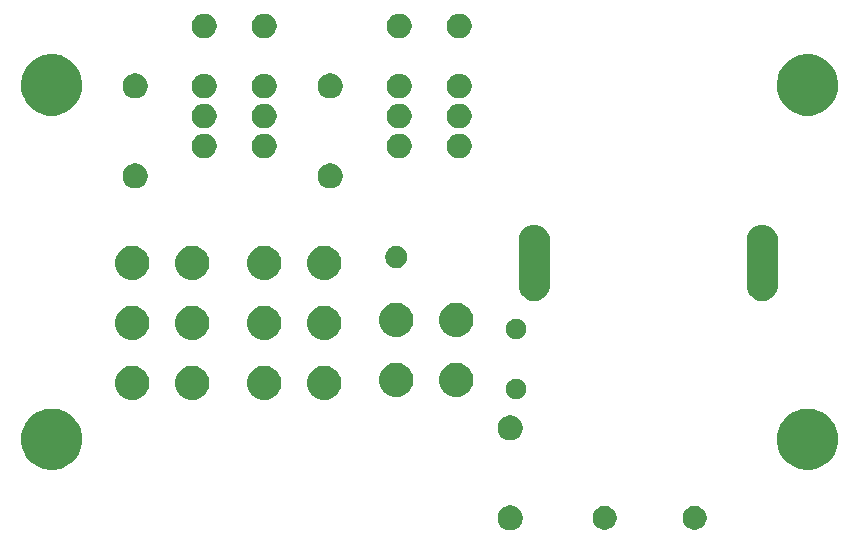
<source format=gts>
G04 #@! TF.GenerationSoftware,KiCad,Pcbnew,(5.1.4)-1*
G04 #@! TF.CreationDate,2019-11-30T19:48:50-06:00*
G04 #@! TF.ProjectId,rotax 912 soft start,726f7461-7820-4393-9132-20736f667420,rev?*
G04 #@! TF.SameCoordinates,Original*
G04 #@! TF.FileFunction,Soldermask,Top*
G04 #@! TF.FilePolarity,Negative*
%FSLAX46Y46*%
G04 Gerber Fmt 4.6, Leading zero omitted, Abs format (unit mm)*
G04 Created by KiCad (PCBNEW (5.1.4)-1) date 2019-11-30 19:48:50*
%MOMM*%
%LPD*%
G04 APERTURE LIST*
%ADD10C,0.100000*%
G04 APERTURE END LIST*
D10*
G36*
X143999231Y-147488003D02*
G01*
X144193412Y-147568436D01*
X144193414Y-147568437D01*
X144368173Y-147685207D01*
X144516793Y-147833827D01*
X144633563Y-148008586D01*
X144633564Y-148008588D01*
X144713997Y-148202769D01*
X144755000Y-148408908D01*
X144755000Y-148619092D01*
X144713997Y-148825231D01*
X144643531Y-148995350D01*
X144633563Y-149019414D01*
X144516793Y-149194173D01*
X144368173Y-149342793D01*
X144193414Y-149459563D01*
X144193413Y-149459564D01*
X144193412Y-149459564D01*
X143999231Y-149539997D01*
X143793092Y-149581000D01*
X143582908Y-149581000D01*
X143376769Y-149539997D01*
X143182588Y-149459564D01*
X143182587Y-149459564D01*
X143182586Y-149459563D01*
X143007827Y-149342793D01*
X142859207Y-149194173D01*
X142742437Y-149019414D01*
X142732469Y-148995350D01*
X142662003Y-148825231D01*
X142621000Y-148619092D01*
X142621000Y-148408908D01*
X142662003Y-148202769D01*
X142742436Y-148008588D01*
X142742437Y-148008586D01*
X142859207Y-147833827D01*
X143007827Y-147685207D01*
X143182586Y-147568437D01*
X143182588Y-147568436D01*
X143376769Y-147488003D01*
X143582908Y-147447000D01*
X143793092Y-147447000D01*
X143999231Y-147488003D01*
X143999231Y-147488003D01*
G37*
G36*
X159605415Y-147536851D02*
G01*
X159790350Y-147613454D01*
X159790351Y-147613455D01*
X159956790Y-147724666D01*
X160098334Y-147866210D01*
X160098335Y-147866212D01*
X160209546Y-148032650D01*
X160286149Y-148217585D01*
X160325200Y-148413912D01*
X160325200Y-148614088D01*
X160286149Y-148810415D01*
X160209546Y-148995350D01*
X160209545Y-148995351D01*
X160098334Y-149161790D01*
X159956790Y-149303334D01*
X159897735Y-149342793D01*
X159790350Y-149414546D01*
X159605415Y-149491149D01*
X159409088Y-149530200D01*
X159208912Y-149530200D01*
X159012585Y-149491149D01*
X158827650Y-149414546D01*
X158720265Y-149342793D01*
X158661210Y-149303334D01*
X158519666Y-149161790D01*
X158408455Y-148995351D01*
X158408454Y-148995350D01*
X158331851Y-148810415D01*
X158292800Y-148614088D01*
X158292800Y-148413912D01*
X158331851Y-148217585D01*
X158408454Y-148032650D01*
X158519665Y-147866212D01*
X158519666Y-147866210D01*
X158661210Y-147724666D01*
X158827649Y-147613455D01*
X158827650Y-147613454D01*
X159012585Y-147536851D01*
X159208912Y-147497800D01*
X159409088Y-147497800D01*
X159605415Y-147536851D01*
X159605415Y-147536851D01*
G37*
G36*
X151985415Y-147536851D02*
G01*
X152170350Y-147613454D01*
X152170351Y-147613455D01*
X152336790Y-147724666D01*
X152478334Y-147866210D01*
X152478335Y-147866212D01*
X152589546Y-148032650D01*
X152666149Y-148217585D01*
X152705200Y-148413912D01*
X152705200Y-148614088D01*
X152666149Y-148810415D01*
X152589546Y-148995350D01*
X152589545Y-148995351D01*
X152478334Y-149161790D01*
X152336790Y-149303334D01*
X152277735Y-149342793D01*
X152170350Y-149414546D01*
X151985415Y-149491149D01*
X151789088Y-149530200D01*
X151588912Y-149530200D01*
X151392585Y-149491149D01*
X151207650Y-149414546D01*
X151100265Y-149342793D01*
X151041210Y-149303334D01*
X150899666Y-149161790D01*
X150788455Y-148995351D01*
X150788454Y-148995350D01*
X150711851Y-148810415D01*
X150672800Y-148614088D01*
X150672800Y-148413912D01*
X150711851Y-148217585D01*
X150788454Y-148032650D01*
X150899665Y-147866212D01*
X150899666Y-147866210D01*
X151041210Y-147724666D01*
X151207649Y-147613455D01*
X151207650Y-147613454D01*
X151392585Y-147536851D01*
X151588912Y-147497800D01*
X151789088Y-147497800D01*
X151985415Y-147536851D01*
X151985415Y-147536851D01*
G37*
G36*
X169448908Y-139335380D02*
G01*
X169615767Y-139368570D01*
X170087299Y-139563885D01*
X170330029Y-139726073D01*
X170511666Y-139847438D01*
X170872562Y-140208334D01*
X170993002Y-140388586D01*
X171156115Y-140632701D01*
X171307878Y-140999090D01*
X171351430Y-141104234D01*
X171444907Y-141574173D01*
X171451000Y-141604809D01*
X171451000Y-142115191D01*
X171351430Y-142615767D01*
X171156115Y-143087299D01*
X170993927Y-143330029D01*
X170872562Y-143511666D01*
X170511666Y-143872562D01*
X170330029Y-143993927D01*
X170087299Y-144156115D01*
X169615767Y-144351430D01*
X169448908Y-144384620D01*
X169115193Y-144451000D01*
X168604807Y-144451000D01*
X168271092Y-144384620D01*
X168104233Y-144351430D01*
X167632701Y-144156115D01*
X167389971Y-143993927D01*
X167208334Y-143872562D01*
X166847438Y-143511666D01*
X166726073Y-143330029D01*
X166563885Y-143087299D01*
X166368570Y-142615767D01*
X166269000Y-142115191D01*
X166269000Y-141604809D01*
X166275094Y-141574173D01*
X166368570Y-141104234D01*
X166412122Y-140999090D01*
X166563885Y-140632701D01*
X166726998Y-140388586D01*
X166847438Y-140208334D01*
X167208334Y-139847438D01*
X167389971Y-139726073D01*
X167632701Y-139563885D01*
X168104233Y-139368570D01*
X168271092Y-139335380D01*
X168604807Y-139269000D01*
X169115193Y-139269000D01*
X169448908Y-139335380D01*
X169448908Y-139335380D01*
G37*
G36*
X105448908Y-139335380D02*
G01*
X105615767Y-139368570D01*
X106087299Y-139563885D01*
X106330029Y-139726073D01*
X106511666Y-139847438D01*
X106872562Y-140208334D01*
X106993002Y-140388586D01*
X107156115Y-140632701D01*
X107307878Y-140999090D01*
X107351430Y-141104234D01*
X107444907Y-141574173D01*
X107451000Y-141604809D01*
X107451000Y-142115191D01*
X107351430Y-142615767D01*
X107156115Y-143087299D01*
X106993927Y-143330029D01*
X106872562Y-143511666D01*
X106511666Y-143872562D01*
X106330029Y-143993927D01*
X106087299Y-144156115D01*
X105615767Y-144351430D01*
X105448908Y-144384620D01*
X105115193Y-144451000D01*
X104604807Y-144451000D01*
X104271092Y-144384620D01*
X104104233Y-144351430D01*
X103632701Y-144156115D01*
X103389971Y-143993927D01*
X103208334Y-143872562D01*
X102847438Y-143511666D01*
X102726073Y-143330029D01*
X102563885Y-143087299D01*
X102368570Y-142615767D01*
X102269000Y-142115191D01*
X102269000Y-141604809D01*
X102275094Y-141574173D01*
X102368570Y-141104234D01*
X102412122Y-140999090D01*
X102563885Y-140632701D01*
X102726998Y-140388586D01*
X102847438Y-140208334D01*
X103208334Y-139847438D01*
X103389971Y-139726073D01*
X103632701Y-139563885D01*
X104104233Y-139368570D01*
X104271092Y-139335380D01*
X104604807Y-139269000D01*
X105115193Y-139269000D01*
X105448908Y-139335380D01*
X105448908Y-139335380D01*
G37*
G36*
X143999231Y-139868003D02*
G01*
X144193412Y-139948436D01*
X144193414Y-139948437D01*
X144368173Y-140065207D01*
X144516793Y-140213827D01*
X144633563Y-140388586D01*
X144633564Y-140388588D01*
X144713997Y-140582769D01*
X144755000Y-140788908D01*
X144755000Y-140999092D01*
X144713997Y-141205231D01*
X144633564Y-141399412D01*
X144633563Y-141399414D01*
X144516793Y-141574173D01*
X144368173Y-141722793D01*
X144193414Y-141839563D01*
X144193413Y-141839564D01*
X144193412Y-141839564D01*
X143999231Y-141919997D01*
X143793092Y-141961000D01*
X143582908Y-141961000D01*
X143376769Y-141919997D01*
X143182588Y-141839564D01*
X143182587Y-141839564D01*
X143182586Y-141839563D01*
X143007827Y-141722793D01*
X142859207Y-141574173D01*
X142742437Y-141399414D01*
X142742436Y-141399412D01*
X142662003Y-141205231D01*
X142621000Y-140999092D01*
X142621000Y-140788908D01*
X142662003Y-140582769D01*
X142742436Y-140388588D01*
X142742437Y-140388586D01*
X142859207Y-140213827D01*
X143007827Y-140065207D01*
X143182586Y-139948437D01*
X143182588Y-139948436D01*
X143376769Y-139868003D01*
X143582908Y-139827000D01*
X143793092Y-139827000D01*
X143999231Y-139868003D01*
X143999231Y-139868003D01*
G37*
G36*
X117046491Y-135663823D02*
G01*
X117186366Y-135691646D01*
X117449885Y-135800799D01*
X117687046Y-135959265D01*
X117888735Y-136160954D01*
X118047201Y-136398115D01*
X118156354Y-136661634D01*
X118212000Y-136941384D01*
X118212000Y-137226616D01*
X118156354Y-137506366D01*
X118047201Y-137769885D01*
X117888735Y-138007046D01*
X117687046Y-138208735D01*
X117449885Y-138367201D01*
X117186366Y-138476354D01*
X117046491Y-138504177D01*
X116906617Y-138532000D01*
X116621383Y-138532000D01*
X116481509Y-138504177D01*
X116341634Y-138476354D01*
X116078115Y-138367201D01*
X115840954Y-138208735D01*
X115639265Y-138007046D01*
X115480799Y-137769885D01*
X115371646Y-137506366D01*
X115316000Y-137226616D01*
X115316000Y-136941384D01*
X115371646Y-136661634D01*
X115480799Y-136398115D01*
X115639265Y-136160954D01*
X115840954Y-135959265D01*
X116078115Y-135800799D01*
X116341634Y-135691646D01*
X116481509Y-135663823D01*
X116621383Y-135636000D01*
X116906617Y-135636000D01*
X117046491Y-135663823D01*
X117046491Y-135663823D01*
G37*
G36*
X128222491Y-135663823D02*
G01*
X128362366Y-135691646D01*
X128625885Y-135800799D01*
X128863046Y-135959265D01*
X129064735Y-136160954D01*
X129223201Y-136398115D01*
X129332354Y-136661634D01*
X129388000Y-136941384D01*
X129388000Y-137226616D01*
X129332354Y-137506366D01*
X129223201Y-137769885D01*
X129064735Y-138007046D01*
X128863046Y-138208735D01*
X128625885Y-138367201D01*
X128362366Y-138476354D01*
X128222491Y-138504177D01*
X128082617Y-138532000D01*
X127797383Y-138532000D01*
X127657509Y-138504177D01*
X127517634Y-138476354D01*
X127254115Y-138367201D01*
X127016954Y-138208735D01*
X126815265Y-138007046D01*
X126656799Y-137769885D01*
X126547646Y-137506366D01*
X126492000Y-137226616D01*
X126492000Y-136941384D01*
X126547646Y-136661634D01*
X126656799Y-136398115D01*
X126815265Y-136160954D01*
X127016954Y-135959265D01*
X127254115Y-135800799D01*
X127517634Y-135691646D01*
X127657509Y-135663823D01*
X127797383Y-135636000D01*
X128082617Y-135636000D01*
X128222491Y-135663823D01*
X128222491Y-135663823D01*
G37*
G36*
X123142491Y-135663823D02*
G01*
X123282366Y-135691646D01*
X123545885Y-135800799D01*
X123783046Y-135959265D01*
X123984735Y-136160954D01*
X124143201Y-136398115D01*
X124252354Y-136661634D01*
X124308000Y-136941384D01*
X124308000Y-137226616D01*
X124252354Y-137506366D01*
X124143201Y-137769885D01*
X123984735Y-138007046D01*
X123783046Y-138208735D01*
X123545885Y-138367201D01*
X123282366Y-138476354D01*
X123142491Y-138504177D01*
X123002617Y-138532000D01*
X122717383Y-138532000D01*
X122577509Y-138504177D01*
X122437634Y-138476354D01*
X122174115Y-138367201D01*
X121936954Y-138208735D01*
X121735265Y-138007046D01*
X121576799Y-137769885D01*
X121467646Y-137506366D01*
X121412000Y-137226616D01*
X121412000Y-136941384D01*
X121467646Y-136661634D01*
X121576799Y-136398115D01*
X121735265Y-136160954D01*
X121936954Y-135959265D01*
X122174115Y-135800799D01*
X122437634Y-135691646D01*
X122577509Y-135663823D01*
X122717383Y-135636000D01*
X123002617Y-135636000D01*
X123142491Y-135663823D01*
X123142491Y-135663823D01*
G37*
G36*
X111966491Y-135663823D02*
G01*
X112106366Y-135691646D01*
X112369885Y-135800799D01*
X112607046Y-135959265D01*
X112808735Y-136160954D01*
X112967201Y-136398115D01*
X113076354Y-136661634D01*
X113132000Y-136941384D01*
X113132000Y-137226616D01*
X113076354Y-137506366D01*
X112967201Y-137769885D01*
X112808735Y-138007046D01*
X112607046Y-138208735D01*
X112369885Y-138367201D01*
X112106366Y-138476354D01*
X111966491Y-138504177D01*
X111826617Y-138532000D01*
X111541383Y-138532000D01*
X111401509Y-138504177D01*
X111261634Y-138476354D01*
X110998115Y-138367201D01*
X110760954Y-138208735D01*
X110559265Y-138007046D01*
X110400799Y-137769885D01*
X110291646Y-137506366D01*
X110236000Y-137226616D01*
X110236000Y-136941384D01*
X110291646Y-136661634D01*
X110400799Y-136398115D01*
X110559265Y-136160954D01*
X110760954Y-135959265D01*
X110998115Y-135800799D01*
X111261634Y-135691646D01*
X111401509Y-135663823D01*
X111541383Y-135636000D01*
X111826617Y-135636000D01*
X111966491Y-135663823D01*
X111966491Y-135663823D01*
G37*
G36*
X144364519Y-136744798D02*
G01*
X144447961Y-136761395D01*
X144605163Y-136826510D01*
X144746641Y-136921042D01*
X144866958Y-137041359D01*
X144961490Y-137182837D01*
X145026605Y-137340039D01*
X145059800Y-137506923D01*
X145059800Y-137677077D01*
X145026605Y-137843961D01*
X144961490Y-138001163D01*
X144866958Y-138142641D01*
X144746641Y-138262958D01*
X144605163Y-138357490D01*
X144447961Y-138422605D01*
X144364519Y-138439203D01*
X144281078Y-138455800D01*
X144110922Y-138455800D01*
X144027481Y-138439203D01*
X143944039Y-138422605D01*
X143786837Y-138357490D01*
X143645359Y-138262958D01*
X143525042Y-138142641D01*
X143430510Y-138001163D01*
X143365395Y-137843961D01*
X143332200Y-137677077D01*
X143332200Y-137506923D01*
X143365395Y-137340039D01*
X143430510Y-137182837D01*
X143525042Y-137041359D01*
X143645359Y-136921042D01*
X143786837Y-136826510D01*
X143944039Y-136761395D01*
X144027481Y-136744798D01*
X144110922Y-136728200D01*
X144281078Y-136728200D01*
X144364519Y-136744798D01*
X144364519Y-136744798D01*
G37*
G36*
X134318491Y-135409823D02*
G01*
X134458366Y-135437646D01*
X134721885Y-135546799D01*
X134959046Y-135705265D01*
X135160735Y-135906954D01*
X135319201Y-136144115D01*
X135428354Y-136407634D01*
X135484000Y-136687384D01*
X135484000Y-136972616D01*
X135428354Y-137252366D01*
X135319201Y-137515885D01*
X135160735Y-137753046D01*
X134959046Y-137954735D01*
X134721885Y-138113201D01*
X134458366Y-138222354D01*
X134318491Y-138250177D01*
X134178617Y-138278000D01*
X133893383Y-138278000D01*
X133753509Y-138250177D01*
X133613634Y-138222354D01*
X133350115Y-138113201D01*
X133112954Y-137954735D01*
X132911265Y-137753046D01*
X132752799Y-137515885D01*
X132643646Y-137252366D01*
X132588000Y-136972616D01*
X132588000Y-136687384D01*
X132643646Y-136407634D01*
X132752799Y-136144115D01*
X132911265Y-135906954D01*
X133112954Y-135705265D01*
X133350115Y-135546799D01*
X133613634Y-135437646D01*
X133753509Y-135409823D01*
X133893383Y-135382000D01*
X134178617Y-135382000D01*
X134318491Y-135409823D01*
X134318491Y-135409823D01*
G37*
G36*
X139398491Y-135409823D02*
G01*
X139538366Y-135437646D01*
X139801885Y-135546799D01*
X140039046Y-135705265D01*
X140240735Y-135906954D01*
X140399201Y-136144115D01*
X140508354Y-136407634D01*
X140564000Y-136687384D01*
X140564000Y-136972616D01*
X140508354Y-137252366D01*
X140399201Y-137515885D01*
X140240735Y-137753046D01*
X140039046Y-137954735D01*
X139801885Y-138113201D01*
X139538366Y-138222354D01*
X139398491Y-138250177D01*
X139258617Y-138278000D01*
X138973383Y-138278000D01*
X138833509Y-138250177D01*
X138693634Y-138222354D01*
X138430115Y-138113201D01*
X138192954Y-137954735D01*
X137991265Y-137753046D01*
X137832799Y-137515885D01*
X137723646Y-137252366D01*
X137668000Y-136972616D01*
X137668000Y-136687384D01*
X137723646Y-136407634D01*
X137832799Y-136144115D01*
X137991265Y-135906954D01*
X138192954Y-135705265D01*
X138430115Y-135546799D01*
X138693634Y-135437646D01*
X138833509Y-135409823D01*
X138973383Y-135382000D01*
X139258617Y-135382000D01*
X139398491Y-135409823D01*
X139398491Y-135409823D01*
G37*
G36*
X111966491Y-130583823D02*
G01*
X112106366Y-130611646D01*
X112369885Y-130720799D01*
X112607046Y-130879265D01*
X112808735Y-131080954D01*
X112967201Y-131318115D01*
X113076354Y-131581634D01*
X113132000Y-131861384D01*
X113132000Y-132146616D01*
X113076354Y-132426366D01*
X112967201Y-132689885D01*
X112808735Y-132927046D01*
X112607046Y-133128735D01*
X112369885Y-133287201D01*
X112106366Y-133396354D01*
X111966491Y-133424177D01*
X111826617Y-133452000D01*
X111541383Y-133452000D01*
X111401509Y-133424177D01*
X111261634Y-133396354D01*
X110998115Y-133287201D01*
X110760954Y-133128735D01*
X110559265Y-132927046D01*
X110400799Y-132689885D01*
X110291646Y-132426366D01*
X110236000Y-132146616D01*
X110236000Y-131861384D01*
X110291646Y-131581634D01*
X110400799Y-131318115D01*
X110559265Y-131080954D01*
X110760954Y-130879265D01*
X110998115Y-130720799D01*
X111261634Y-130611646D01*
X111401509Y-130583823D01*
X111541383Y-130556000D01*
X111826617Y-130556000D01*
X111966491Y-130583823D01*
X111966491Y-130583823D01*
G37*
G36*
X117046491Y-130583823D02*
G01*
X117186366Y-130611646D01*
X117449885Y-130720799D01*
X117687046Y-130879265D01*
X117888735Y-131080954D01*
X118047201Y-131318115D01*
X118156354Y-131581634D01*
X118212000Y-131861384D01*
X118212000Y-132146616D01*
X118156354Y-132426366D01*
X118047201Y-132689885D01*
X117888735Y-132927046D01*
X117687046Y-133128735D01*
X117449885Y-133287201D01*
X117186366Y-133396354D01*
X117046491Y-133424177D01*
X116906617Y-133452000D01*
X116621383Y-133452000D01*
X116481509Y-133424177D01*
X116341634Y-133396354D01*
X116078115Y-133287201D01*
X115840954Y-133128735D01*
X115639265Y-132927046D01*
X115480799Y-132689885D01*
X115371646Y-132426366D01*
X115316000Y-132146616D01*
X115316000Y-131861384D01*
X115371646Y-131581634D01*
X115480799Y-131318115D01*
X115639265Y-131080954D01*
X115840954Y-130879265D01*
X116078115Y-130720799D01*
X116341634Y-130611646D01*
X116481509Y-130583823D01*
X116621383Y-130556000D01*
X116906617Y-130556000D01*
X117046491Y-130583823D01*
X117046491Y-130583823D01*
G37*
G36*
X128222491Y-130583823D02*
G01*
X128362366Y-130611646D01*
X128625885Y-130720799D01*
X128863046Y-130879265D01*
X129064735Y-131080954D01*
X129223201Y-131318115D01*
X129332354Y-131581634D01*
X129388000Y-131861384D01*
X129388000Y-132146616D01*
X129332354Y-132426366D01*
X129223201Y-132689885D01*
X129064735Y-132927046D01*
X128863046Y-133128735D01*
X128625885Y-133287201D01*
X128362366Y-133396354D01*
X128222491Y-133424177D01*
X128082617Y-133452000D01*
X127797383Y-133452000D01*
X127657509Y-133424177D01*
X127517634Y-133396354D01*
X127254115Y-133287201D01*
X127016954Y-133128735D01*
X126815265Y-132927046D01*
X126656799Y-132689885D01*
X126547646Y-132426366D01*
X126492000Y-132146616D01*
X126492000Y-131861384D01*
X126547646Y-131581634D01*
X126656799Y-131318115D01*
X126815265Y-131080954D01*
X127016954Y-130879265D01*
X127254115Y-130720799D01*
X127517634Y-130611646D01*
X127657509Y-130583823D01*
X127797383Y-130556000D01*
X128082617Y-130556000D01*
X128222491Y-130583823D01*
X128222491Y-130583823D01*
G37*
G36*
X123142491Y-130583823D02*
G01*
X123282366Y-130611646D01*
X123545885Y-130720799D01*
X123783046Y-130879265D01*
X123984735Y-131080954D01*
X124143201Y-131318115D01*
X124252354Y-131581634D01*
X124308000Y-131861384D01*
X124308000Y-132146616D01*
X124252354Y-132426366D01*
X124143201Y-132689885D01*
X123984735Y-132927046D01*
X123783046Y-133128735D01*
X123545885Y-133287201D01*
X123282366Y-133396354D01*
X123142491Y-133424177D01*
X123002617Y-133452000D01*
X122717383Y-133452000D01*
X122577509Y-133424177D01*
X122437634Y-133396354D01*
X122174115Y-133287201D01*
X121936954Y-133128735D01*
X121735265Y-132927046D01*
X121576799Y-132689885D01*
X121467646Y-132426366D01*
X121412000Y-132146616D01*
X121412000Y-131861384D01*
X121467646Y-131581634D01*
X121576799Y-131318115D01*
X121735265Y-131080954D01*
X121936954Y-130879265D01*
X122174115Y-130720799D01*
X122437634Y-130611646D01*
X122577509Y-130583823D01*
X122717383Y-130556000D01*
X123002617Y-130556000D01*
X123142491Y-130583823D01*
X123142491Y-130583823D01*
G37*
G36*
X144364519Y-131664797D02*
G01*
X144447961Y-131681395D01*
X144605163Y-131746510D01*
X144746641Y-131841042D01*
X144866958Y-131961359D01*
X144961490Y-132102837D01*
X145026605Y-132260039D01*
X145059800Y-132426923D01*
X145059800Y-132597077D01*
X145026605Y-132763961D01*
X144961490Y-132921163D01*
X144866958Y-133062641D01*
X144746641Y-133182958D01*
X144605163Y-133277490D01*
X144447961Y-133342605D01*
X144364519Y-133359202D01*
X144281078Y-133375800D01*
X144110922Y-133375800D01*
X144027481Y-133359202D01*
X143944039Y-133342605D01*
X143786837Y-133277490D01*
X143645359Y-133182958D01*
X143525042Y-133062641D01*
X143430510Y-132921163D01*
X143365395Y-132763961D01*
X143332200Y-132597077D01*
X143332200Y-132426923D01*
X143365395Y-132260039D01*
X143430510Y-132102837D01*
X143525042Y-131961359D01*
X143645359Y-131841042D01*
X143786837Y-131746510D01*
X143944039Y-131681395D01*
X144027481Y-131664797D01*
X144110922Y-131648200D01*
X144281078Y-131648200D01*
X144364519Y-131664797D01*
X144364519Y-131664797D01*
G37*
G36*
X139398491Y-130329823D02*
G01*
X139538366Y-130357646D01*
X139801885Y-130466799D01*
X140039046Y-130625265D01*
X140240735Y-130826954D01*
X140399201Y-131064115D01*
X140508354Y-131327634D01*
X140564000Y-131607384D01*
X140564000Y-131892616D01*
X140508354Y-132172366D01*
X140399201Y-132435885D01*
X140240735Y-132673046D01*
X140039046Y-132874735D01*
X139801885Y-133033201D01*
X139538366Y-133142354D01*
X139398491Y-133170177D01*
X139258617Y-133198000D01*
X138973383Y-133198000D01*
X138833509Y-133170177D01*
X138693634Y-133142354D01*
X138430115Y-133033201D01*
X138192954Y-132874735D01*
X137991265Y-132673046D01*
X137832799Y-132435885D01*
X137723646Y-132172366D01*
X137668000Y-131892616D01*
X137668000Y-131607384D01*
X137723646Y-131327634D01*
X137832799Y-131064115D01*
X137991265Y-130826954D01*
X138192954Y-130625265D01*
X138430115Y-130466799D01*
X138693634Y-130357646D01*
X138833509Y-130329823D01*
X138973383Y-130302000D01*
X139258617Y-130302000D01*
X139398491Y-130329823D01*
X139398491Y-130329823D01*
G37*
G36*
X134318491Y-130329823D02*
G01*
X134458366Y-130357646D01*
X134721885Y-130466799D01*
X134959046Y-130625265D01*
X135160735Y-130826954D01*
X135319201Y-131064115D01*
X135428354Y-131327634D01*
X135484000Y-131607384D01*
X135484000Y-131892616D01*
X135428354Y-132172366D01*
X135319201Y-132435885D01*
X135160735Y-132673046D01*
X134959046Y-132874735D01*
X134721885Y-133033201D01*
X134458366Y-133142354D01*
X134318491Y-133170177D01*
X134178617Y-133198000D01*
X133893383Y-133198000D01*
X133753509Y-133170177D01*
X133613634Y-133142354D01*
X133350115Y-133033201D01*
X133112954Y-132874735D01*
X132911265Y-132673046D01*
X132752799Y-132435885D01*
X132643646Y-132172366D01*
X132588000Y-131892616D01*
X132588000Y-131607384D01*
X132643646Y-131327634D01*
X132752799Y-131064115D01*
X132911265Y-130826954D01*
X133112954Y-130625265D01*
X133350115Y-130466799D01*
X133613634Y-130357646D01*
X133753509Y-130329823D01*
X133893383Y-130302000D01*
X134178617Y-130302000D01*
X134318491Y-130329823D01*
X134318491Y-130329823D01*
G37*
G36*
X165282960Y-123717114D02*
G01*
X165531970Y-123792651D01*
X165531972Y-123792652D01*
X165761457Y-123915314D01*
X165962607Y-124080393D01*
X166127686Y-124281541D01*
X166250348Y-124511027D01*
X166250349Y-124511029D01*
X166325886Y-124760039D01*
X166345000Y-124954110D01*
X166345000Y-128893890D01*
X166325886Y-129087961D01*
X166250349Y-129336971D01*
X166250348Y-129336973D01*
X166127686Y-129566458D01*
X165962608Y-129767608D01*
X165761458Y-129932686D01*
X165531973Y-130055348D01*
X165531971Y-130055349D01*
X165282961Y-130130886D01*
X165024000Y-130156391D01*
X164765040Y-130130886D01*
X164516030Y-130055349D01*
X164516028Y-130055348D01*
X164286543Y-129932686D01*
X164085393Y-129767608D01*
X163920315Y-129566458D01*
X163797653Y-129336973D01*
X163797652Y-129336971D01*
X163722115Y-129087961D01*
X163703001Y-128893890D01*
X163703000Y-124954111D01*
X163722114Y-124760040D01*
X163797651Y-124511030D01*
X163920315Y-124281542D01*
X164085393Y-124080393D01*
X164286541Y-123915314D01*
X164516027Y-123792652D01*
X164516029Y-123792651D01*
X164765039Y-123717114D01*
X165024000Y-123691609D01*
X165282960Y-123717114D01*
X165282960Y-123717114D01*
G37*
G36*
X145978960Y-123717114D02*
G01*
X146227970Y-123792651D01*
X146227972Y-123792652D01*
X146457457Y-123915314D01*
X146658607Y-124080393D01*
X146823686Y-124281541D01*
X146946348Y-124511027D01*
X146946349Y-124511029D01*
X147021886Y-124760039D01*
X147041000Y-124954110D01*
X147041000Y-128893890D01*
X147021886Y-129087961D01*
X146946349Y-129336971D01*
X146946348Y-129336973D01*
X146823686Y-129566458D01*
X146658608Y-129767608D01*
X146457458Y-129932686D01*
X146227973Y-130055348D01*
X146227971Y-130055349D01*
X145978961Y-130130886D01*
X145720000Y-130156391D01*
X145461040Y-130130886D01*
X145212030Y-130055349D01*
X145212028Y-130055348D01*
X144982543Y-129932686D01*
X144781393Y-129767608D01*
X144616315Y-129566458D01*
X144493653Y-129336973D01*
X144493652Y-129336971D01*
X144418115Y-129087961D01*
X144399001Y-128893890D01*
X144399000Y-124954111D01*
X144418114Y-124760040D01*
X144493651Y-124511030D01*
X144616315Y-124281542D01*
X144781393Y-124080393D01*
X144982541Y-123915314D01*
X145212027Y-123792652D01*
X145212029Y-123792651D01*
X145461039Y-123717114D01*
X145720000Y-123691609D01*
X145978960Y-123717114D01*
X145978960Y-123717114D01*
G37*
G36*
X111966491Y-125503823D02*
G01*
X112106366Y-125531646D01*
X112369885Y-125640799D01*
X112607046Y-125799265D01*
X112808735Y-126000954D01*
X112902853Y-126141812D01*
X112967202Y-126238117D01*
X113076354Y-126501635D01*
X113132000Y-126781383D01*
X113132000Y-127066617D01*
X113104177Y-127206491D01*
X113076354Y-127346366D01*
X112967201Y-127609885D01*
X112808735Y-127847046D01*
X112607046Y-128048735D01*
X112369885Y-128207201D01*
X112106366Y-128316354D01*
X111966491Y-128344177D01*
X111826617Y-128372000D01*
X111541383Y-128372000D01*
X111401509Y-128344177D01*
X111261634Y-128316354D01*
X110998115Y-128207201D01*
X110760954Y-128048735D01*
X110559265Y-127847046D01*
X110400799Y-127609885D01*
X110291646Y-127346366D01*
X110263823Y-127206491D01*
X110236000Y-127066617D01*
X110236000Y-126781383D01*
X110291646Y-126501635D01*
X110400798Y-126238117D01*
X110465147Y-126141812D01*
X110559265Y-126000954D01*
X110760954Y-125799265D01*
X110998115Y-125640799D01*
X111261634Y-125531646D01*
X111401509Y-125503823D01*
X111541383Y-125476000D01*
X111826617Y-125476000D01*
X111966491Y-125503823D01*
X111966491Y-125503823D01*
G37*
G36*
X117046491Y-125503823D02*
G01*
X117186366Y-125531646D01*
X117449885Y-125640799D01*
X117687046Y-125799265D01*
X117888735Y-126000954D01*
X117982853Y-126141812D01*
X118047202Y-126238117D01*
X118156354Y-126501635D01*
X118212000Y-126781383D01*
X118212000Y-127066617D01*
X118184177Y-127206491D01*
X118156354Y-127346366D01*
X118047201Y-127609885D01*
X117888735Y-127847046D01*
X117687046Y-128048735D01*
X117449885Y-128207201D01*
X117186366Y-128316354D01*
X117046491Y-128344177D01*
X116906617Y-128372000D01*
X116621383Y-128372000D01*
X116481509Y-128344177D01*
X116341634Y-128316354D01*
X116078115Y-128207201D01*
X115840954Y-128048735D01*
X115639265Y-127847046D01*
X115480799Y-127609885D01*
X115371646Y-127346366D01*
X115343823Y-127206491D01*
X115316000Y-127066617D01*
X115316000Y-126781383D01*
X115371646Y-126501635D01*
X115480798Y-126238117D01*
X115545147Y-126141812D01*
X115639265Y-126000954D01*
X115840954Y-125799265D01*
X116078115Y-125640799D01*
X116341634Y-125531646D01*
X116481509Y-125503823D01*
X116621383Y-125476000D01*
X116906617Y-125476000D01*
X117046491Y-125503823D01*
X117046491Y-125503823D01*
G37*
G36*
X128222491Y-125503823D02*
G01*
X128362366Y-125531646D01*
X128625885Y-125640799D01*
X128863046Y-125799265D01*
X129064735Y-126000954D01*
X129158853Y-126141812D01*
X129223202Y-126238117D01*
X129332354Y-126501635D01*
X129388000Y-126781383D01*
X129388000Y-127066617D01*
X129360177Y-127206491D01*
X129332354Y-127346366D01*
X129223201Y-127609885D01*
X129064735Y-127847046D01*
X128863046Y-128048735D01*
X128625885Y-128207201D01*
X128362366Y-128316354D01*
X128222491Y-128344177D01*
X128082617Y-128372000D01*
X127797383Y-128372000D01*
X127657509Y-128344177D01*
X127517634Y-128316354D01*
X127254115Y-128207201D01*
X127016954Y-128048735D01*
X126815265Y-127847046D01*
X126656799Y-127609885D01*
X126547646Y-127346366D01*
X126519823Y-127206491D01*
X126492000Y-127066617D01*
X126492000Y-126781383D01*
X126547646Y-126501635D01*
X126656798Y-126238117D01*
X126721147Y-126141812D01*
X126815265Y-126000954D01*
X127016954Y-125799265D01*
X127254115Y-125640799D01*
X127517634Y-125531646D01*
X127657509Y-125503823D01*
X127797383Y-125476000D01*
X128082617Y-125476000D01*
X128222491Y-125503823D01*
X128222491Y-125503823D01*
G37*
G36*
X123142491Y-125503823D02*
G01*
X123282366Y-125531646D01*
X123545885Y-125640799D01*
X123783046Y-125799265D01*
X123984735Y-126000954D01*
X124078853Y-126141812D01*
X124143202Y-126238117D01*
X124252354Y-126501635D01*
X124308000Y-126781383D01*
X124308000Y-127066617D01*
X124280177Y-127206491D01*
X124252354Y-127346366D01*
X124143201Y-127609885D01*
X123984735Y-127847046D01*
X123783046Y-128048735D01*
X123545885Y-128207201D01*
X123282366Y-128316354D01*
X123142491Y-128344177D01*
X123002617Y-128372000D01*
X122717383Y-128372000D01*
X122577509Y-128344177D01*
X122437634Y-128316354D01*
X122174115Y-128207201D01*
X121936954Y-128048735D01*
X121735265Y-127847046D01*
X121576799Y-127609885D01*
X121467646Y-127346366D01*
X121439823Y-127206491D01*
X121412000Y-127066617D01*
X121412000Y-126781383D01*
X121467646Y-126501635D01*
X121576798Y-126238117D01*
X121641147Y-126141812D01*
X121735265Y-126000954D01*
X121936954Y-125799265D01*
X122174115Y-125640799D01*
X122437634Y-125531646D01*
X122577509Y-125503823D01*
X122717383Y-125476000D01*
X123002617Y-125476000D01*
X123142491Y-125503823D01*
X123142491Y-125503823D01*
G37*
G36*
X134310187Y-125512123D02*
G01*
X134481255Y-125582982D01*
X134481257Y-125582983D01*
X134558758Y-125634768D01*
X134635214Y-125685854D01*
X134766146Y-125816786D01*
X134869018Y-125970745D01*
X134939877Y-126141813D01*
X134976000Y-126323417D01*
X134976000Y-126508583D01*
X134939877Y-126690187D01*
X134869018Y-126861255D01*
X134869017Y-126861257D01*
X134766145Y-127015215D01*
X134635215Y-127146145D01*
X134481257Y-127249017D01*
X134481256Y-127249018D01*
X134481255Y-127249018D01*
X134310187Y-127319877D01*
X134128583Y-127356000D01*
X133943417Y-127356000D01*
X133761813Y-127319877D01*
X133590745Y-127249018D01*
X133590744Y-127249018D01*
X133590743Y-127249017D01*
X133436785Y-127146145D01*
X133305855Y-127015215D01*
X133202983Y-126861257D01*
X133202982Y-126861255D01*
X133132123Y-126690187D01*
X133096000Y-126508583D01*
X133096000Y-126323417D01*
X133132123Y-126141813D01*
X133202982Y-125970745D01*
X133305854Y-125816786D01*
X133436786Y-125685854D01*
X133513242Y-125634768D01*
X133590743Y-125582983D01*
X133590745Y-125582982D01*
X133761813Y-125512123D01*
X133943417Y-125476000D01*
X134128583Y-125476000D01*
X134310187Y-125512123D01*
X134310187Y-125512123D01*
G37*
G36*
X128759231Y-118532003D02*
G01*
X128953412Y-118612436D01*
X128953414Y-118612437D01*
X129128173Y-118729207D01*
X129276793Y-118877827D01*
X129393563Y-119052586D01*
X129393564Y-119052588D01*
X129473997Y-119246769D01*
X129515000Y-119452908D01*
X129515000Y-119663092D01*
X129473997Y-119869231D01*
X129393564Y-120063412D01*
X129393563Y-120063414D01*
X129276793Y-120238173D01*
X129128173Y-120386793D01*
X128953414Y-120503563D01*
X128953413Y-120503564D01*
X128953412Y-120503564D01*
X128759231Y-120583997D01*
X128553092Y-120625000D01*
X128342908Y-120625000D01*
X128136769Y-120583997D01*
X127942588Y-120503564D01*
X127942587Y-120503564D01*
X127942586Y-120503563D01*
X127767827Y-120386793D01*
X127619207Y-120238173D01*
X127502437Y-120063414D01*
X127502436Y-120063412D01*
X127422003Y-119869231D01*
X127381000Y-119663092D01*
X127381000Y-119452908D01*
X127422003Y-119246769D01*
X127502436Y-119052588D01*
X127502437Y-119052586D01*
X127619207Y-118877827D01*
X127767827Y-118729207D01*
X127942586Y-118612437D01*
X127942588Y-118612436D01*
X128136769Y-118532003D01*
X128342908Y-118491000D01*
X128553092Y-118491000D01*
X128759231Y-118532003D01*
X128759231Y-118532003D01*
G37*
G36*
X112249231Y-118532003D02*
G01*
X112443412Y-118612436D01*
X112443414Y-118612437D01*
X112618173Y-118729207D01*
X112766793Y-118877827D01*
X112883563Y-119052586D01*
X112883564Y-119052588D01*
X112963997Y-119246769D01*
X113005000Y-119452908D01*
X113005000Y-119663092D01*
X112963997Y-119869231D01*
X112883564Y-120063412D01*
X112883563Y-120063414D01*
X112766793Y-120238173D01*
X112618173Y-120386793D01*
X112443414Y-120503563D01*
X112443413Y-120503564D01*
X112443412Y-120503564D01*
X112249231Y-120583997D01*
X112043092Y-120625000D01*
X111832908Y-120625000D01*
X111626769Y-120583997D01*
X111432588Y-120503564D01*
X111432587Y-120503564D01*
X111432586Y-120503563D01*
X111257827Y-120386793D01*
X111109207Y-120238173D01*
X110992437Y-120063414D01*
X110992436Y-120063412D01*
X110912003Y-119869231D01*
X110871000Y-119663092D01*
X110871000Y-119452908D01*
X110912003Y-119246769D01*
X110992436Y-119052588D01*
X110992437Y-119052586D01*
X111109207Y-118877827D01*
X111257827Y-118729207D01*
X111432586Y-118612437D01*
X111432588Y-118612436D01*
X111626769Y-118532003D01*
X111832908Y-118491000D01*
X112043092Y-118491000D01*
X112249231Y-118532003D01*
X112249231Y-118532003D01*
G37*
G36*
X118083823Y-116016427D02*
G01*
X118273381Y-116094945D01*
X118273383Y-116094946D01*
X118443981Y-116208936D01*
X118589064Y-116354019D01*
X118703055Y-116524619D01*
X118781573Y-116714177D01*
X118821600Y-116915410D01*
X118821600Y-117120590D01*
X118781573Y-117321823D01*
X118703055Y-117511381D01*
X118703054Y-117511383D01*
X118589064Y-117681981D01*
X118443981Y-117827064D01*
X118273383Y-117941054D01*
X118273382Y-117941055D01*
X118273381Y-117941055D01*
X118083823Y-118019573D01*
X117882590Y-118059600D01*
X117677410Y-118059600D01*
X117476177Y-118019573D01*
X117286619Y-117941055D01*
X117286618Y-117941055D01*
X117286617Y-117941054D01*
X117116019Y-117827064D01*
X116970936Y-117681981D01*
X116856946Y-117511383D01*
X116856945Y-117511381D01*
X116778427Y-117321823D01*
X116738400Y-117120590D01*
X116738400Y-116915410D01*
X116778427Y-116714177D01*
X116856945Y-116524619D01*
X116970936Y-116354019D01*
X117116019Y-116208936D01*
X117286617Y-116094946D01*
X117286619Y-116094945D01*
X117476177Y-116016427D01*
X117677410Y-115976400D01*
X117882590Y-115976400D01*
X118083823Y-116016427D01*
X118083823Y-116016427D01*
G37*
G36*
X123163823Y-116016427D02*
G01*
X123353381Y-116094945D01*
X123353383Y-116094946D01*
X123523981Y-116208936D01*
X123669064Y-116354019D01*
X123783055Y-116524619D01*
X123861573Y-116714177D01*
X123901600Y-116915410D01*
X123901600Y-117120590D01*
X123861573Y-117321823D01*
X123783055Y-117511381D01*
X123783054Y-117511383D01*
X123669064Y-117681981D01*
X123523981Y-117827064D01*
X123353383Y-117941054D01*
X123353382Y-117941055D01*
X123353381Y-117941055D01*
X123163823Y-118019573D01*
X122962590Y-118059600D01*
X122757410Y-118059600D01*
X122556177Y-118019573D01*
X122366619Y-117941055D01*
X122366618Y-117941055D01*
X122366617Y-117941054D01*
X122196019Y-117827064D01*
X122050936Y-117681981D01*
X121936946Y-117511383D01*
X121936945Y-117511381D01*
X121858427Y-117321823D01*
X121818400Y-117120590D01*
X121818400Y-116915410D01*
X121858427Y-116714177D01*
X121936945Y-116524619D01*
X122050936Y-116354019D01*
X122196019Y-116208936D01*
X122366617Y-116094946D01*
X122366619Y-116094945D01*
X122556177Y-116016427D01*
X122757410Y-115976400D01*
X122962590Y-115976400D01*
X123163823Y-116016427D01*
X123163823Y-116016427D01*
G37*
G36*
X134593823Y-116016427D02*
G01*
X134783381Y-116094945D01*
X134783383Y-116094946D01*
X134953981Y-116208936D01*
X135099064Y-116354019D01*
X135213055Y-116524619D01*
X135291573Y-116714177D01*
X135331600Y-116915410D01*
X135331600Y-117120590D01*
X135291573Y-117321823D01*
X135213055Y-117511381D01*
X135213054Y-117511383D01*
X135099064Y-117681981D01*
X134953981Y-117827064D01*
X134783383Y-117941054D01*
X134783382Y-117941055D01*
X134783381Y-117941055D01*
X134593823Y-118019573D01*
X134392590Y-118059600D01*
X134187410Y-118059600D01*
X133986177Y-118019573D01*
X133796619Y-117941055D01*
X133796618Y-117941055D01*
X133796617Y-117941054D01*
X133626019Y-117827064D01*
X133480936Y-117681981D01*
X133366946Y-117511383D01*
X133366945Y-117511381D01*
X133288427Y-117321823D01*
X133248400Y-117120590D01*
X133248400Y-116915410D01*
X133288427Y-116714177D01*
X133366945Y-116524619D01*
X133480936Y-116354019D01*
X133626019Y-116208936D01*
X133796617Y-116094946D01*
X133796619Y-116094945D01*
X133986177Y-116016427D01*
X134187410Y-115976400D01*
X134392590Y-115976400D01*
X134593823Y-116016427D01*
X134593823Y-116016427D01*
G37*
G36*
X139673823Y-116016427D02*
G01*
X139863381Y-116094945D01*
X139863383Y-116094946D01*
X140033981Y-116208936D01*
X140179064Y-116354019D01*
X140293055Y-116524619D01*
X140371573Y-116714177D01*
X140411600Y-116915410D01*
X140411600Y-117120590D01*
X140371573Y-117321823D01*
X140293055Y-117511381D01*
X140293054Y-117511383D01*
X140179064Y-117681981D01*
X140033981Y-117827064D01*
X139863383Y-117941054D01*
X139863382Y-117941055D01*
X139863381Y-117941055D01*
X139673823Y-118019573D01*
X139472590Y-118059600D01*
X139267410Y-118059600D01*
X139066177Y-118019573D01*
X138876619Y-117941055D01*
X138876618Y-117941055D01*
X138876617Y-117941054D01*
X138706019Y-117827064D01*
X138560936Y-117681981D01*
X138446946Y-117511383D01*
X138446945Y-117511381D01*
X138368427Y-117321823D01*
X138328400Y-117120590D01*
X138328400Y-116915410D01*
X138368427Y-116714177D01*
X138446945Y-116524619D01*
X138560936Y-116354019D01*
X138706019Y-116208936D01*
X138876617Y-116094946D01*
X138876619Y-116094945D01*
X139066177Y-116016427D01*
X139267410Y-115976400D01*
X139472590Y-115976400D01*
X139673823Y-116016427D01*
X139673823Y-116016427D01*
G37*
G36*
X123163823Y-113476427D02*
G01*
X123353381Y-113554945D01*
X123353383Y-113554946D01*
X123523981Y-113668936D01*
X123669064Y-113814019D01*
X123708181Y-113872561D01*
X123783055Y-113984619D01*
X123861573Y-114174177D01*
X123901600Y-114375410D01*
X123901600Y-114580590D01*
X123861573Y-114781823D01*
X123783055Y-114971381D01*
X123783054Y-114971383D01*
X123669064Y-115141981D01*
X123523981Y-115287064D01*
X123353383Y-115401054D01*
X123353382Y-115401055D01*
X123353381Y-115401055D01*
X123163823Y-115479573D01*
X122962590Y-115519600D01*
X122757410Y-115519600D01*
X122556177Y-115479573D01*
X122366619Y-115401055D01*
X122366618Y-115401055D01*
X122366617Y-115401054D01*
X122196019Y-115287064D01*
X122050936Y-115141981D01*
X121936946Y-114971383D01*
X121936945Y-114971381D01*
X121858427Y-114781823D01*
X121818400Y-114580590D01*
X121818400Y-114375410D01*
X121858427Y-114174177D01*
X121936945Y-113984619D01*
X122011820Y-113872561D01*
X122050936Y-113814019D01*
X122196019Y-113668936D01*
X122366617Y-113554946D01*
X122366619Y-113554945D01*
X122556177Y-113476427D01*
X122757410Y-113436400D01*
X122962590Y-113436400D01*
X123163823Y-113476427D01*
X123163823Y-113476427D01*
G37*
G36*
X134593823Y-113476427D02*
G01*
X134783381Y-113554945D01*
X134783383Y-113554946D01*
X134953981Y-113668936D01*
X135099064Y-113814019D01*
X135138181Y-113872561D01*
X135213055Y-113984619D01*
X135291573Y-114174177D01*
X135331600Y-114375410D01*
X135331600Y-114580590D01*
X135291573Y-114781823D01*
X135213055Y-114971381D01*
X135213054Y-114971383D01*
X135099064Y-115141981D01*
X134953981Y-115287064D01*
X134783383Y-115401054D01*
X134783382Y-115401055D01*
X134783381Y-115401055D01*
X134593823Y-115479573D01*
X134392590Y-115519600D01*
X134187410Y-115519600D01*
X133986177Y-115479573D01*
X133796619Y-115401055D01*
X133796618Y-115401055D01*
X133796617Y-115401054D01*
X133626019Y-115287064D01*
X133480936Y-115141981D01*
X133366946Y-114971383D01*
X133366945Y-114971381D01*
X133288427Y-114781823D01*
X133248400Y-114580590D01*
X133248400Y-114375410D01*
X133288427Y-114174177D01*
X133366945Y-113984619D01*
X133441820Y-113872561D01*
X133480936Y-113814019D01*
X133626019Y-113668936D01*
X133796617Y-113554946D01*
X133796619Y-113554945D01*
X133986177Y-113476427D01*
X134187410Y-113436400D01*
X134392590Y-113436400D01*
X134593823Y-113476427D01*
X134593823Y-113476427D01*
G37*
G36*
X139673823Y-113476427D02*
G01*
X139863381Y-113554945D01*
X139863383Y-113554946D01*
X140033981Y-113668936D01*
X140179064Y-113814019D01*
X140218181Y-113872561D01*
X140293055Y-113984619D01*
X140371573Y-114174177D01*
X140411600Y-114375410D01*
X140411600Y-114580590D01*
X140371573Y-114781823D01*
X140293055Y-114971381D01*
X140293054Y-114971383D01*
X140179064Y-115141981D01*
X140033981Y-115287064D01*
X139863383Y-115401054D01*
X139863382Y-115401055D01*
X139863381Y-115401055D01*
X139673823Y-115479573D01*
X139472590Y-115519600D01*
X139267410Y-115519600D01*
X139066177Y-115479573D01*
X138876619Y-115401055D01*
X138876618Y-115401055D01*
X138876617Y-115401054D01*
X138706019Y-115287064D01*
X138560936Y-115141981D01*
X138446946Y-114971383D01*
X138446945Y-114971381D01*
X138368427Y-114781823D01*
X138328400Y-114580590D01*
X138328400Y-114375410D01*
X138368427Y-114174177D01*
X138446945Y-113984619D01*
X138521820Y-113872561D01*
X138560936Y-113814019D01*
X138706019Y-113668936D01*
X138876617Y-113554946D01*
X138876619Y-113554945D01*
X139066177Y-113476427D01*
X139267410Y-113436400D01*
X139472590Y-113436400D01*
X139673823Y-113476427D01*
X139673823Y-113476427D01*
G37*
G36*
X118083823Y-113476427D02*
G01*
X118273381Y-113554945D01*
X118273383Y-113554946D01*
X118443981Y-113668936D01*
X118589064Y-113814019D01*
X118628181Y-113872561D01*
X118703055Y-113984619D01*
X118781573Y-114174177D01*
X118821600Y-114375410D01*
X118821600Y-114580590D01*
X118781573Y-114781823D01*
X118703055Y-114971381D01*
X118703054Y-114971383D01*
X118589064Y-115141981D01*
X118443981Y-115287064D01*
X118273383Y-115401054D01*
X118273382Y-115401055D01*
X118273381Y-115401055D01*
X118083823Y-115479573D01*
X117882590Y-115519600D01*
X117677410Y-115519600D01*
X117476177Y-115479573D01*
X117286619Y-115401055D01*
X117286618Y-115401055D01*
X117286617Y-115401054D01*
X117116019Y-115287064D01*
X116970936Y-115141981D01*
X116856946Y-114971383D01*
X116856945Y-114971381D01*
X116778427Y-114781823D01*
X116738400Y-114580590D01*
X116738400Y-114375410D01*
X116778427Y-114174177D01*
X116856945Y-113984619D01*
X116931820Y-113872561D01*
X116970936Y-113814019D01*
X117116019Y-113668936D01*
X117286617Y-113554946D01*
X117286619Y-113554945D01*
X117476177Y-113476427D01*
X117677410Y-113436400D01*
X117882590Y-113436400D01*
X118083823Y-113476427D01*
X118083823Y-113476427D01*
G37*
G36*
X169448908Y-109335380D02*
G01*
X169615767Y-109368570D01*
X170087299Y-109563885D01*
X170330029Y-109726073D01*
X170511666Y-109847438D01*
X170872562Y-110208334D01*
X170993927Y-110389971D01*
X171156115Y-110632701D01*
X171351430Y-111104233D01*
X171381982Y-111257828D01*
X171451000Y-111604807D01*
X171451000Y-112115193D01*
X171424338Y-112249231D01*
X171351430Y-112615767D01*
X171156115Y-113087299D01*
X170993927Y-113330029D01*
X170872562Y-113511666D01*
X170511666Y-113872562D01*
X170343963Y-113984617D01*
X170087299Y-114156115D01*
X169615767Y-114351430D01*
X169495210Y-114375410D01*
X169115193Y-114451000D01*
X168604807Y-114451000D01*
X168224790Y-114375410D01*
X168104233Y-114351430D01*
X167632701Y-114156115D01*
X167376037Y-113984617D01*
X167208334Y-113872562D01*
X166847438Y-113511666D01*
X166726073Y-113330029D01*
X166563885Y-113087299D01*
X166368570Y-112615767D01*
X166295662Y-112249231D01*
X166269000Y-112115193D01*
X166269000Y-111604807D01*
X166338018Y-111257828D01*
X166368570Y-111104233D01*
X166563885Y-110632701D01*
X166726073Y-110389971D01*
X166847438Y-110208334D01*
X167208334Y-109847438D01*
X167389971Y-109726073D01*
X167632701Y-109563885D01*
X168104233Y-109368570D01*
X168271092Y-109335380D01*
X168604807Y-109269000D01*
X169115193Y-109269000D01*
X169448908Y-109335380D01*
X169448908Y-109335380D01*
G37*
G36*
X105448908Y-109335380D02*
G01*
X105615767Y-109368570D01*
X106087299Y-109563885D01*
X106330029Y-109726073D01*
X106511666Y-109847438D01*
X106872562Y-110208334D01*
X106993927Y-110389971D01*
X107156115Y-110632701D01*
X107351430Y-111104233D01*
X107381982Y-111257828D01*
X107451000Y-111604807D01*
X107451000Y-112115193D01*
X107424338Y-112249231D01*
X107351430Y-112615767D01*
X107156115Y-113087299D01*
X106993927Y-113330029D01*
X106872562Y-113511666D01*
X106511666Y-113872562D01*
X106343963Y-113984617D01*
X106087299Y-114156115D01*
X105615767Y-114351430D01*
X105495210Y-114375410D01*
X105115193Y-114451000D01*
X104604807Y-114451000D01*
X104224790Y-114375410D01*
X104104233Y-114351430D01*
X103632701Y-114156115D01*
X103376037Y-113984617D01*
X103208334Y-113872562D01*
X102847438Y-113511666D01*
X102726073Y-113330029D01*
X102563885Y-113087299D01*
X102368570Y-112615767D01*
X102295662Y-112249231D01*
X102269000Y-112115193D01*
X102269000Y-111604807D01*
X102338018Y-111257828D01*
X102368570Y-111104233D01*
X102563885Y-110632701D01*
X102726073Y-110389971D01*
X102847438Y-110208334D01*
X103208334Y-109847438D01*
X103389971Y-109726073D01*
X103632701Y-109563885D01*
X104104233Y-109368570D01*
X104271092Y-109335380D01*
X104604807Y-109269000D01*
X105115193Y-109269000D01*
X105448908Y-109335380D01*
X105448908Y-109335380D01*
G37*
G36*
X112249231Y-110912003D02*
G01*
X112443412Y-110992436D01*
X112443414Y-110992437D01*
X112618173Y-111109207D01*
X112766793Y-111257827D01*
X112883563Y-111432586D01*
X112883564Y-111432588D01*
X112963997Y-111626769D01*
X113005000Y-111832908D01*
X113005000Y-112043092D01*
X112963997Y-112249231D01*
X112883564Y-112443412D01*
X112883563Y-112443414D01*
X112766793Y-112618173D01*
X112618173Y-112766793D01*
X112443414Y-112883563D01*
X112443413Y-112883564D01*
X112443412Y-112883564D01*
X112249231Y-112963997D01*
X112043092Y-113005000D01*
X111832908Y-113005000D01*
X111626769Y-112963997D01*
X111432588Y-112883564D01*
X111432587Y-112883564D01*
X111432586Y-112883563D01*
X111257827Y-112766793D01*
X111109207Y-112618173D01*
X110992437Y-112443414D01*
X110992436Y-112443412D01*
X110912003Y-112249231D01*
X110871000Y-112043092D01*
X110871000Y-111832908D01*
X110912003Y-111626769D01*
X110992436Y-111432588D01*
X110992437Y-111432586D01*
X111109207Y-111257827D01*
X111257827Y-111109207D01*
X111432586Y-110992437D01*
X111432588Y-110992436D01*
X111626769Y-110912003D01*
X111832908Y-110871000D01*
X112043092Y-110871000D01*
X112249231Y-110912003D01*
X112249231Y-110912003D01*
G37*
G36*
X128759231Y-110912003D02*
G01*
X128953412Y-110992436D01*
X128953414Y-110992437D01*
X129128173Y-111109207D01*
X129276793Y-111257827D01*
X129393563Y-111432586D01*
X129393564Y-111432588D01*
X129473997Y-111626769D01*
X129515000Y-111832908D01*
X129515000Y-112043092D01*
X129473997Y-112249231D01*
X129393564Y-112443412D01*
X129393563Y-112443414D01*
X129276793Y-112618173D01*
X129128173Y-112766793D01*
X128953414Y-112883563D01*
X128953413Y-112883564D01*
X128953412Y-112883564D01*
X128759231Y-112963997D01*
X128553092Y-113005000D01*
X128342908Y-113005000D01*
X128136769Y-112963997D01*
X127942588Y-112883564D01*
X127942587Y-112883564D01*
X127942586Y-112883563D01*
X127767827Y-112766793D01*
X127619207Y-112618173D01*
X127502437Y-112443414D01*
X127502436Y-112443412D01*
X127422003Y-112249231D01*
X127381000Y-112043092D01*
X127381000Y-111832908D01*
X127422003Y-111626769D01*
X127502436Y-111432588D01*
X127502437Y-111432586D01*
X127619207Y-111257827D01*
X127767827Y-111109207D01*
X127942586Y-110992437D01*
X127942588Y-110992436D01*
X128136769Y-110912003D01*
X128342908Y-110871000D01*
X128553092Y-110871000D01*
X128759231Y-110912003D01*
X128759231Y-110912003D01*
G37*
G36*
X123163823Y-110936427D02*
G01*
X123299042Y-110992437D01*
X123353383Y-111014946D01*
X123487010Y-111104233D01*
X123523981Y-111128936D01*
X123669064Y-111274019D01*
X123783055Y-111444619D01*
X123861573Y-111634177D01*
X123901600Y-111835410D01*
X123901600Y-112040590D01*
X123861573Y-112241823D01*
X123858504Y-112249231D01*
X123783054Y-112431383D01*
X123669064Y-112601981D01*
X123523981Y-112747064D01*
X123353383Y-112861054D01*
X123353382Y-112861055D01*
X123353381Y-112861055D01*
X123163823Y-112939573D01*
X122962590Y-112979600D01*
X122757410Y-112979600D01*
X122556177Y-112939573D01*
X122366619Y-112861055D01*
X122366618Y-112861055D01*
X122366617Y-112861054D01*
X122196019Y-112747064D01*
X122050936Y-112601981D01*
X121936946Y-112431383D01*
X121861496Y-112249231D01*
X121858427Y-112241823D01*
X121818400Y-112040590D01*
X121818400Y-111835410D01*
X121858427Y-111634177D01*
X121936945Y-111444619D01*
X122050936Y-111274019D01*
X122196019Y-111128936D01*
X122232990Y-111104233D01*
X122366617Y-111014946D01*
X122420958Y-110992437D01*
X122556177Y-110936427D01*
X122757410Y-110896400D01*
X122962590Y-110896400D01*
X123163823Y-110936427D01*
X123163823Y-110936427D01*
G37*
G36*
X118083823Y-110936427D02*
G01*
X118219042Y-110992437D01*
X118273383Y-111014946D01*
X118407010Y-111104233D01*
X118443981Y-111128936D01*
X118589064Y-111274019D01*
X118703055Y-111444619D01*
X118781573Y-111634177D01*
X118821600Y-111835410D01*
X118821600Y-112040590D01*
X118781573Y-112241823D01*
X118778504Y-112249231D01*
X118703054Y-112431383D01*
X118589064Y-112601981D01*
X118443981Y-112747064D01*
X118273383Y-112861054D01*
X118273382Y-112861055D01*
X118273381Y-112861055D01*
X118083823Y-112939573D01*
X117882590Y-112979600D01*
X117677410Y-112979600D01*
X117476177Y-112939573D01*
X117286619Y-112861055D01*
X117286618Y-112861055D01*
X117286617Y-112861054D01*
X117116019Y-112747064D01*
X116970936Y-112601981D01*
X116856946Y-112431383D01*
X116781496Y-112249231D01*
X116778427Y-112241823D01*
X116738400Y-112040590D01*
X116738400Y-111835410D01*
X116778427Y-111634177D01*
X116856945Y-111444619D01*
X116970936Y-111274019D01*
X117116019Y-111128936D01*
X117152990Y-111104233D01*
X117286617Y-111014946D01*
X117340958Y-110992437D01*
X117476177Y-110936427D01*
X117677410Y-110896400D01*
X117882590Y-110896400D01*
X118083823Y-110936427D01*
X118083823Y-110936427D01*
G37*
G36*
X134593823Y-110936427D02*
G01*
X134729042Y-110992437D01*
X134783383Y-111014946D01*
X134917010Y-111104233D01*
X134953981Y-111128936D01*
X135099064Y-111274019D01*
X135213055Y-111444619D01*
X135291573Y-111634177D01*
X135331600Y-111835410D01*
X135331600Y-112040590D01*
X135291573Y-112241823D01*
X135288504Y-112249231D01*
X135213054Y-112431383D01*
X135099064Y-112601981D01*
X134953981Y-112747064D01*
X134783383Y-112861054D01*
X134783382Y-112861055D01*
X134783381Y-112861055D01*
X134593823Y-112939573D01*
X134392590Y-112979600D01*
X134187410Y-112979600D01*
X133986177Y-112939573D01*
X133796619Y-112861055D01*
X133796618Y-112861055D01*
X133796617Y-112861054D01*
X133626019Y-112747064D01*
X133480936Y-112601981D01*
X133366946Y-112431383D01*
X133291496Y-112249231D01*
X133288427Y-112241823D01*
X133248400Y-112040590D01*
X133248400Y-111835410D01*
X133288427Y-111634177D01*
X133366945Y-111444619D01*
X133480936Y-111274019D01*
X133626019Y-111128936D01*
X133662990Y-111104233D01*
X133796617Y-111014946D01*
X133850958Y-110992437D01*
X133986177Y-110936427D01*
X134187410Y-110896400D01*
X134392590Y-110896400D01*
X134593823Y-110936427D01*
X134593823Y-110936427D01*
G37*
G36*
X139673823Y-110936427D02*
G01*
X139809042Y-110992437D01*
X139863383Y-111014946D01*
X139997010Y-111104233D01*
X140033981Y-111128936D01*
X140179064Y-111274019D01*
X140293055Y-111444619D01*
X140371573Y-111634177D01*
X140411600Y-111835410D01*
X140411600Y-112040590D01*
X140371573Y-112241823D01*
X140368504Y-112249231D01*
X140293054Y-112431383D01*
X140179064Y-112601981D01*
X140033981Y-112747064D01*
X139863383Y-112861054D01*
X139863382Y-112861055D01*
X139863381Y-112861055D01*
X139673823Y-112939573D01*
X139472590Y-112979600D01*
X139267410Y-112979600D01*
X139066177Y-112939573D01*
X138876619Y-112861055D01*
X138876618Y-112861055D01*
X138876617Y-112861054D01*
X138706019Y-112747064D01*
X138560936Y-112601981D01*
X138446946Y-112431383D01*
X138371496Y-112249231D01*
X138368427Y-112241823D01*
X138328400Y-112040590D01*
X138328400Y-111835410D01*
X138368427Y-111634177D01*
X138446945Y-111444619D01*
X138560936Y-111274019D01*
X138706019Y-111128936D01*
X138742990Y-111104233D01*
X138876617Y-111014946D01*
X138930958Y-110992437D01*
X139066177Y-110936427D01*
X139267410Y-110896400D01*
X139472590Y-110896400D01*
X139673823Y-110936427D01*
X139673823Y-110936427D01*
G37*
G36*
X123163823Y-105856427D02*
G01*
X123353381Y-105934945D01*
X123353383Y-105934946D01*
X123523981Y-106048936D01*
X123669064Y-106194019D01*
X123783055Y-106364619D01*
X123861573Y-106554177D01*
X123901600Y-106755410D01*
X123901600Y-106960590D01*
X123861573Y-107161823D01*
X123783055Y-107351381D01*
X123783054Y-107351383D01*
X123669064Y-107521981D01*
X123523981Y-107667064D01*
X123353383Y-107781054D01*
X123353382Y-107781055D01*
X123353381Y-107781055D01*
X123163823Y-107859573D01*
X122962590Y-107899600D01*
X122757410Y-107899600D01*
X122556177Y-107859573D01*
X122366619Y-107781055D01*
X122366618Y-107781055D01*
X122366617Y-107781054D01*
X122196019Y-107667064D01*
X122050936Y-107521981D01*
X121936946Y-107351383D01*
X121936945Y-107351381D01*
X121858427Y-107161823D01*
X121818400Y-106960590D01*
X121818400Y-106755410D01*
X121858427Y-106554177D01*
X121936945Y-106364619D01*
X122050936Y-106194019D01*
X122196019Y-106048936D01*
X122366617Y-105934946D01*
X122366619Y-105934945D01*
X122556177Y-105856427D01*
X122757410Y-105816400D01*
X122962590Y-105816400D01*
X123163823Y-105856427D01*
X123163823Y-105856427D01*
G37*
G36*
X134593823Y-105856427D02*
G01*
X134783381Y-105934945D01*
X134783383Y-105934946D01*
X134953981Y-106048936D01*
X135099064Y-106194019D01*
X135213055Y-106364619D01*
X135291573Y-106554177D01*
X135331600Y-106755410D01*
X135331600Y-106960590D01*
X135291573Y-107161823D01*
X135213055Y-107351381D01*
X135213054Y-107351383D01*
X135099064Y-107521981D01*
X134953981Y-107667064D01*
X134783383Y-107781054D01*
X134783382Y-107781055D01*
X134783381Y-107781055D01*
X134593823Y-107859573D01*
X134392590Y-107899600D01*
X134187410Y-107899600D01*
X133986177Y-107859573D01*
X133796619Y-107781055D01*
X133796618Y-107781055D01*
X133796617Y-107781054D01*
X133626019Y-107667064D01*
X133480936Y-107521981D01*
X133366946Y-107351383D01*
X133366945Y-107351381D01*
X133288427Y-107161823D01*
X133248400Y-106960590D01*
X133248400Y-106755410D01*
X133288427Y-106554177D01*
X133366945Y-106364619D01*
X133480936Y-106194019D01*
X133626019Y-106048936D01*
X133796617Y-105934946D01*
X133796619Y-105934945D01*
X133986177Y-105856427D01*
X134187410Y-105816400D01*
X134392590Y-105816400D01*
X134593823Y-105856427D01*
X134593823Y-105856427D01*
G37*
G36*
X139673823Y-105856427D02*
G01*
X139863381Y-105934945D01*
X139863383Y-105934946D01*
X140033981Y-106048936D01*
X140179064Y-106194019D01*
X140293055Y-106364619D01*
X140371573Y-106554177D01*
X140411600Y-106755410D01*
X140411600Y-106960590D01*
X140371573Y-107161823D01*
X140293055Y-107351381D01*
X140293054Y-107351383D01*
X140179064Y-107521981D01*
X140033981Y-107667064D01*
X139863383Y-107781054D01*
X139863382Y-107781055D01*
X139863381Y-107781055D01*
X139673823Y-107859573D01*
X139472590Y-107899600D01*
X139267410Y-107899600D01*
X139066177Y-107859573D01*
X138876619Y-107781055D01*
X138876618Y-107781055D01*
X138876617Y-107781054D01*
X138706019Y-107667064D01*
X138560936Y-107521981D01*
X138446946Y-107351383D01*
X138446945Y-107351381D01*
X138368427Y-107161823D01*
X138328400Y-106960590D01*
X138328400Y-106755410D01*
X138368427Y-106554177D01*
X138446945Y-106364619D01*
X138560936Y-106194019D01*
X138706019Y-106048936D01*
X138876617Y-105934946D01*
X138876619Y-105934945D01*
X139066177Y-105856427D01*
X139267410Y-105816400D01*
X139472590Y-105816400D01*
X139673823Y-105856427D01*
X139673823Y-105856427D01*
G37*
G36*
X118083823Y-105856427D02*
G01*
X118273381Y-105934945D01*
X118273383Y-105934946D01*
X118443981Y-106048936D01*
X118589064Y-106194019D01*
X118703055Y-106364619D01*
X118781573Y-106554177D01*
X118821600Y-106755410D01*
X118821600Y-106960590D01*
X118781573Y-107161823D01*
X118703055Y-107351381D01*
X118703054Y-107351383D01*
X118589064Y-107521981D01*
X118443981Y-107667064D01*
X118273383Y-107781054D01*
X118273382Y-107781055D01*
X118273381Y-107781055D01*
X118083823Y-107859573D01*
X117882590Y-107899600D01*
X117677410Y-107899600D01*
X117476177Y-107859573D01*
X117286619Y-107781055D01*
X117286618Y-107781055D01*
X117286617Y-107781054D01*
X117116019Y-107667064D01*
X116970936Y-107521981D01*
X116856946Y-107351383D01*
X116856945Y-107351381D01*
X116778427Y-107161823D01*
X116738400Y-106960590D01*
X116738400Y-106755410D01*
X116778427Y-106554177D01*
X116856945Y-106364619D01*
X116970936Y-106194019D01*
X117116019Y-106048936D01*
X117286617Y-105934946D01*
X117286619Y-105934945D01*
X117476177Y-105856427D01*
X117677410Y-105816400D01*
X117882590Y-105816400D01*
X118083823Y-105856427D01*
X118083823Y-105856427D01*
G37*
M02*

</source>
